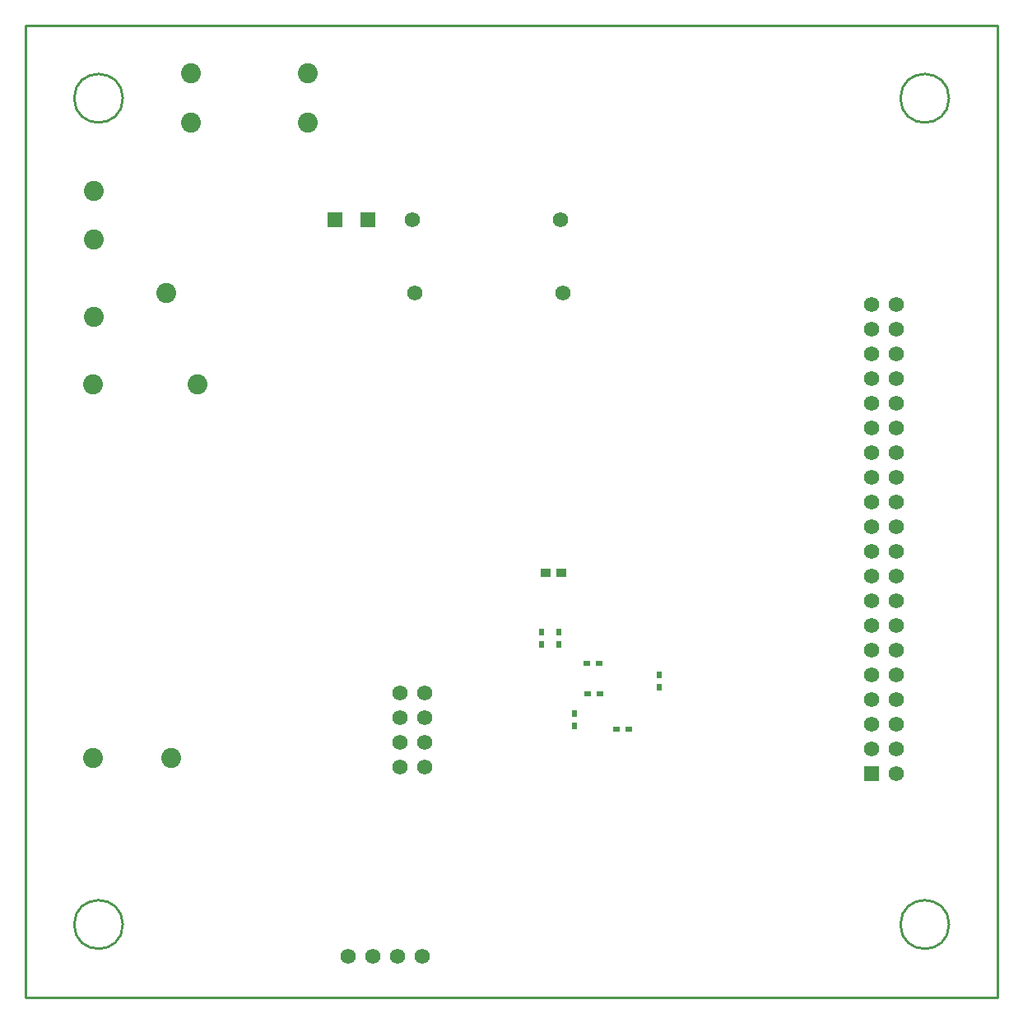
<source format=gbs>
*
*
G04 PADS VX.1.2 Build Number: 698008 generated Gerber (RS-274-X) file*
G04 PC Version=2.1*
*
%IN "opqbox2.pcb"*%
*
%MOIN*%
*
%FSLAX35Y35*%
*
*
*
*
G04 PC Standard Apertures*
*
*
G04 Thermal Relief Aperture macro.*
%AMTER*
1,1,$1,0,0*
1,0,$1-$2,0,0*
21,0,$3,$4,0,0,45*
21,0,$3,$4,0,0,135*
%
*
*
G04 Annular Aperture macro.*
%AMANN*
1,1,$1,0,0*
1,0,$2,0,0*
%
*
*
G04 Odd Aperture macro.*
%AMODD*
1,1,$1,0,0*
1,0,$1-0.005,0,0*
%
*
*
G04 PC Custom Aperture Macros*
*
*
*
*
*
*
G04 PC Aperture Table*
*
%ADD010C,0.001*%
%ADD013C,0.01*%
%ADD133R,0.062X0.062*%
%ADD134C,0.062*%
%ADD154R,0.04X0.032*%
%ADD159C,0.08074*%
%ADD194R,0.022X0.027*%
%ADD195R,0.027X0.022*%
*
*
*
*
G04 PC Circuitry*
G04 Layer Name opqbox2.pcb - circuitry*
%LPD*%
*
*
G04 PC Custom Flashes*
G04 Layer Name opqbox2.pcb - flashes*
%LPD*%
*
*
G04 PC Circuitry*
G04 Layer Name opqbox2.pcb - circuitry*
%LPD*%
*
G54D10*
G54D13*
G01X100000Y100000D02*
Y493701D01*
X493701*
Y100000*
X100000*
X139370Y129528D02*
G75*
G03X139370I-9842J0D01*
G01X474016D02*
G03X474016I-9843J0D01*
G01Y464173D02*
G03X474016I-9843J0D01*
G01X139370D02*
G03X139370I-9842J0D01*
G54D133*
G01X442520Y190551D03*
X225140Y414961D03*
X238640D03*
G54D134*
X452520Y190551D03*
Y200551D03*
X442520D03*
X452520Y210551D03*
X442520D03*
X452520Y220551D03*
X442520D03*
X452520Y230551D03*
X442520D03*
X452520Y240551D03*
X442520D03*
X452520Y250551D03*
X442520D03*
X452520Y260551D03*
X442520D03*
X452520Y270551D03*
X442520D03*
X452520Y280551D03*
X442520D03*
X452520Y290551D03*
X442520D03*
X452520Y300551D03*
X442520D03*
X452520Y310551D03*
X442520D03*
X452520Y320551D03*
X442520D03*
X452520Y330551D03*
X442520D03*
X452520Y340551D03*
X442520D03*
X452520Y350551D03*
X442520D03*
X452520Y360551D03*
X442520D03*
X452520Y370551D03*
X442520D03*
X452520Y380551D03*
X442520D03*
X316535Y414961D03*
X256535D03*
X257480Y385433D03*
X317480D03*
X230709Y116535D03*
X240709D03*
X250709D03*
X260709D03*
X251575Y223425D03*
X261575D03*
X251575Y213425D03*
X261575D03*
X251575Y203425D03*
X261575D03*
X251575Y193425D03*
X261575D03*
G54D154*
X310680Y272047D03*
X316880D03*
G54D159*
X127362Y348425D03*
X169685D03*
X158858Y196850D03*
X127362D03*
X157087Y385433D03*
X127559Y375591D03*
X214173Y454331D03*
Y474331D03*
X166929Y454331D03*
Y474331D03*
X127559Y426772D03*
Y407087D03*
G54D194*
X322441Y214902D03*
Y209902D03*
X308858Y242972D03*
Y247972D03*
X315945Y242972D03*
Y247972D03*
X356693Y225650D03*
Y230650D03*
G54D195*
X332618Y222835D03*
X327618D03*
X339429Y208465D03*
X344429D03*
X332224Y235433D03*
X327224D03*
G74*
X0Y0D02*
M02*

</source>
